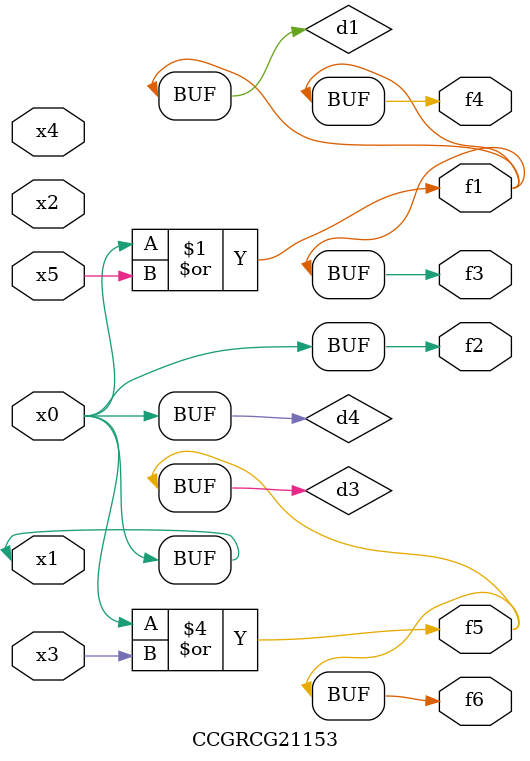
<source format=v>
module CCGRCG21153(
	input x0, x1, x2, x3, x4, x5,
	output f1, f2, f3, f4, f5, f6
);

	wire d1, d2, d3, d4;

	or (d1, x0, x5);
	xnor (d2, x1, x4);
	or (d3, x0, x3);
	buf (d4, x0, x1);
	assign f1 = d1;
	assign f2 = d4;
	assign f3 = d1;
	assign f4 = d1;
	assign f5 = d3;
	assign f6 = d3;
endmodule

</source>
